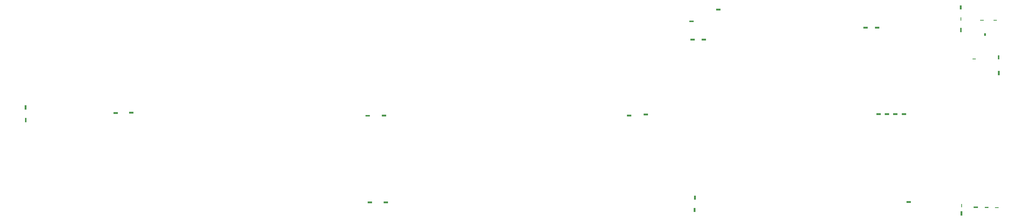
<source format=gbr>
G04 #@! TF.FileFunction,Glue,Top*
%FSLAX46Y46*%
G04 Gerber Fmt 4.6, Leading zero omitted, Abs format (unit mm)*
G04 Created by KiCad (PCBNEW 4.0.6) date 05/08/17 07:22:45*
%MOMM*%
%LPD*%
G01*
G04 APERTURE LIST*
%ADD10C,0.100000*%
G04 APERTURE END LIST*
D10*
G36*
X259604400Y-126757600D02*
X259604400Y-126957800D01*
X260404600Y-126957800D01*
X260404600Y-126757600D01*
X259604400Y-126757600D01*
G37*
G36*
X261992000Y-126808400D02*
X261992000Y-127008600D01*
X262792200Y-127008600D01*
X262792200Y-126808400D01*
X261992000Y-126808400D01*
G37*
G36*
X254062400Y-126851400D02*
X254262600Y-126851400D01*
X254262600Y-126051200D01*
X254062400Y-126051200D01*
X254062400Y-126851400D01*
G37*
G36*
X253784800Y-80545600D02*
X254184600Y-80545600D01*
X254184600Y-79545400D01*
X253784800Y-79545400D01*
X253784800Y-80545600D01*
G37*
G36*
X241327000Y-125394800D02*
X241327000Y-125794600D01*
X242327200Y-125794600D01*
X242327200Y-125394800D01*
X241327000Y-125394800D01*
G37*
G36*
X253937200Y-128754800D02*
X254337000Y-128754800D01*
X254337000Y-127754600D01*
X253937200Y-127754600D01*
X253937200Y-128754800D01*
G37*
G36*
X257990000Y-127032200D02*
X257990000Y-126632400D01*
X256989800Y-126632400D01*
X256989800Y-127032200D01*
X257990000Y-127032200D01*
G37*
G36*
X234307600Y-104839200D02*
X234307600Y-105239000D01*
X235307800Y-105239000D01*
X235307800Y-104839200D01*
X234307600Y-104839200D01*
G37*
G36*
X232259800Y-84995200D02*
X232259800Y-84595400D01*
X231259600Y-84595400D01*
X231259600Y-84995200D01*
X232259800Y-84995200D01*
G37*
G36*
X176040000Y-105144000D02*
X176040000Y-105543800D01*
X177040200Y-105543800D01*
X177040200Y-105144000D01*
X176040000Y-105144000D01*
G37*
G36*
X114971200Y-105200000D02*
X114971200Y-105599800D01*
X115971400Y-105599800D01*
X115971400Y-105200000D01*
X114971200Y-105200000D01*
G37*
G36*
X56142200Y-104570400D02*
X56142200Y-104970200D01*
X57142400Y-104970200D01*
X57142400Y-104570400D01*
X56142200Y-104570400D01*
G37*
G36*
X190571000Y-83106800D02*
X190571000Y-83506600D01*
X191571200Y-83506600D01*
X191571200Y-83106800D01*
X190571000Y-83106800D01*
G37*
G36*
X234926800Y-84969800D02*
X234926800Y-84570000D01*
X233926600Y-84570000D01*
X233926600Y-84969800D01*
X234926800Y-84969800D01*
G37*
G36*
X180951800Y-105315200D02*
X180951800Y-104915400D01*
X179951600Y-104915400D01*
X179951600Y-105315200D01*
X180951800Y-105315200D01*
G37*
G36*
X119781400Y-105574400D02*
X119781400Y-105174600D01*
X118781200Y-105174600D01*
X118781200Y-105574400D01*
X119781400Y-105574400D01*
G37*
G36*
X60774600Y-104894000D02*
X60774600Y-104494200D01*
X59774400Y-104494200D01*
X59774400Y-104894000D01*
X60774600Y-104894000D01*
G37*
G36*
X262649400Y-95912600D02*
X263049200Y-95912600D01*
X263049200Y-94912400D01*
X262649400Y-94912400D01*
X262649400Y-95912600D01*
G37*
G36*
X263023800Y-91229400D02*
X262624000Y-91229400D01*
X262624000Y-92229600D01*
X263023800Y-92229600D01*
X263023800Y-91229400D01*
G37*
G36*
X259449000Y-86720900D02*
X259848800Y-86720900D01*
X259848800Y-86120900D01*
X259449000Y-86120900D01*
X259449000Y-86720900D01*
G37*
G36*
X262411200Y-83142800D02*
X262411200Y-82942600D01*
X261611000Y-82942600D01*
X261611000Y-83142800D01*
X262411200Y-83142800D01*
G37*
G36*
X259337800Y-83142800D02*
X259337800Y-82942600D01*
X258537600Y-82942600D01*
X258537600Y-83142800D01*
X259337800Y-83142800D01*
G37*
G36*
X257483600Y-92210600D02*
X257483600Y-92010400D01*
X256683400Y-92010400D01*
X256683400Y-92210600D01*
X257483600Y-92210600D01*
G37*
G36*
X253810200Y-85803400D02*
X254210000Y-85803400D01*
X254210000Y-84803200D01*
X253810200Y-84803200D01*
X253810200Y-85803400D01*
G37*
G36*
X254084800Y-82363200D02*
X253884600Y-82363200D01*
X253884600Y-83163400D01*
X254084800Y-83163400D01*
X254084800Y-82363200D01*
G37*
G36*
X191681800Y-125071800D02*
X192081600Y-125071800D01*
X192081600Y-124071600D01*
X191681800Y-124071600D01*
X191681800Y-125071800D01*
G37*
G36*
X197893600Y-80778800D02*
X197893600Y-80379000D01*
X196893400Y-80379000D01*
X196893400Y-80778800D01*
X197893600Y-80778800D01*
G37*
G36*
X191631000Y-127953000D02*
X192030800Y-127953000D01*
X192030800Y-126952800D01*
X191631000Y-126952800D01*
X191631000Y-127953000D01*
G37*
G36*
X236238000Y-104839200D02*
X236238000Y-105239000D01*
X237238200Y-105239000D01*
X237238200Y-104839200D01*
X236238000Y-104839200D01*
G37*
G36*
X239219400Y-105239000D02*
X239219400Y-104839200D01*
X238219200Y-104839200D01*
X238219200Y-105239000D01*
X239219400Y-105239000D01*
G37*
G36*
X241200600Y-105239000D02*
X241200600Y-104839200D01*
X240200400Y-104839200D01*
X240200400Y-105239000D01*
X241200600Y-105239000D01*
G37*
G36*
X193484200Y-87365600D02*
X193484200Y-87765400D01*
X194484400Y-87765400D01*
X194484400Y-87365600D01*
X193484200Y-87365600D01*
G37*
G36*
X190851200Y-87399000D02*
X190851200Y-87798800D01*
X191851400Y-87798800D01*
X191851400Y-87399000D01*
X190851200Y-87399000D01*
G37*
G36*
X35845200Y-105899800D02*
X35445400Y-105899800D01*
X35445400Y-106900000D01*
X35845200Y-106900000D01*
X35845200Y-105899800D01*
G37*
G36*
X35787800Y-102972200D02*
X35388000Y-102972200D01*
X35388000Y-103972400D01*
X35787800Y-103972400D01*
X35787800Y-102972200D01*
G37*
G36*
X119241000Y-125465000D02*
X119241000Y-125864800D01*
X120241200Y-125864800D01*
X120241200Y-125465000D01*
X119241000Y-125465000D01*
G37*
G36*
X115519400Y-125472400D02*
X115519400Y-125872200D01*
X116519600Y-125872200D01*
X116519600Y-125472400D01*
X115519400Y-125472400D01*
G37*
M02*

</source>
